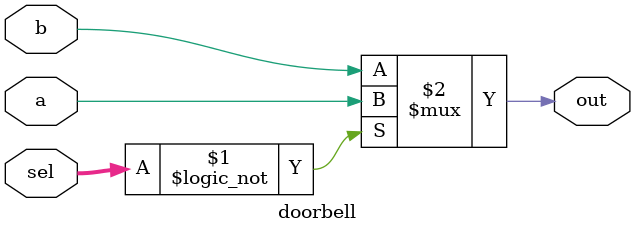
<source format=v>

`timescale 1ns / 100ps

module doorbell(
    //Todo: define inputs here
    input a,
    input b,
    input [2:0] sel,
    output out
    );
    
    //Todo: define registers and wires here
    wire   out;

    //Todo: define your logic here  
    
    assign #10 out = (sel==0)?a:
                 b;
                               
      
endmodule

</source>
